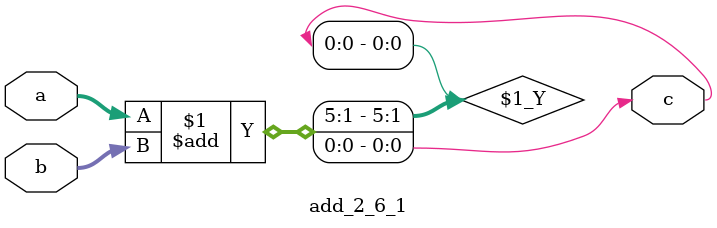
<source format=v>
module add_2_6_1(a, b, c);
  input [1:0] a;
  input [5:0] b;
  output c;
  assign c = a + b;
endmodule

</source>
